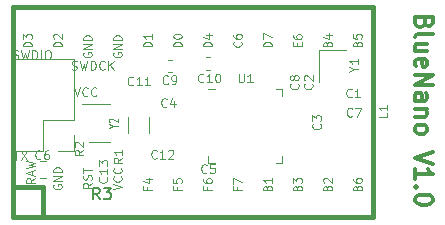
<source format=gbr>
G04 #@! TF.GenerationSoftware,KiCad,Pcbnew,(5.0.0)*
G04 #@! TF.CreationDate,2018-09-27T10:12:33-06:00*
G04 #@! TF.ProjectId,NRF52832 Base,4E5246353238333220426173652E6B69,rev?*
G04 #@! TF.SameCoordinates,Original*
G04 #@! TF.FileFunction,Legend,Top*
G04 #@! TF.FilePolarity,Positive*
%FSLAX46Y46*%
G04 Gerber Fmt 4.6, Leading zero omitted, Abs format (unit mm)*
G04 Created by KiCad (PCBNEW (5.0.0)) date 09/27/18 10:12:33*
%MOMM*%
%LPD*%
G01*
G04 APERTURE LIST*
%ADD10C,0.100000*%
%ADD11C,0.300000*%
%ADD12C,0.120000*%
%ADD13C,0.381000*%
%ADD14C,0.150000*%
G04 APERTURE END LIST*
D10*
X111848971Y-92807285D02*
X112277542Y-92807285D01*
X112063257Y-93557285D02*
X112063257Y-92807285D01*
X112456114Y-92807285D02*
X112956114Y-93557285D01*
X112956114Y-92807285D02*
X112456114Y-93557285D01*
X116906800Y-87422485D02*
X117156800Y-88172485D01*
X117406800Y-87422485D01*
X118085371Y-88101057D02*
X118049657Y-88136771D01*
X117942514Y-88172485D01*
X117871085Y-88172485D01*
X117763942Y-88136771D01*
X117692514Y-88065342D01*
X117656800Y-87993914D01*
X117621085Y-87851057D01*
X117621085Y-87743914D01*
X117656800Y-87601057D01*
X117692514Y-87529628D01*
X117763942Y-87458200D01*
X117871085Y-87422485D01*
X117942514Y-87422485D01*
X118049657Y-87458200D01*
X118085371Y-87493914D01*
X118835371Y-88101057D02*
X118799657Y-88136771D01*
X118692514Y-88172485D01*
X118621085Y-88172485D01*
X118513942Y-88136771D01*
X118442514Y-88065342D01*
X118406800Y-87993914D01*
X118371085Y-87851057D01*
X118371085Y-87743914D01*
X118406800Y-87601057D01*
X118442514Y-87529628D01*
X118513942Y-87458200D01*
X118621085Y-87422485D01*
X118692514Y-87422485D01*
X118799657Y-87458200D01*
X118835371Y-87493914D01*
X111796314Y-84987171D02*
X111903457Y-85022885D01*
X112082028Y-85022885D01*
X112153457Y-84987171D01*
X112189171Y-84951457D01*
X112224885Y-84880028D01*
X112224885Y-84808600D01*
X112189171Y-84737171D01*
X112153457Y-84701457D01*
X112082028Y-84665742D01*
X111939171Y-84630028D01*
X111867742Y-84594314D01*
X111832028Y-84558600D01*
X111796314Y-84487171D01*
X111796314Y-84415742D01*
X111832028Y-84344314D01*
X111867742Y-84308600D01*
X111939171Y-84272885D01*
X112117742Y-84272885D01*
X112224885Y-84308600D01*
X112474885Y-84272885D02*
X112653457Y-85022885D01*
X112796314Y-84487171D01*
X112939171Y-85022885D01*
X113117742Y-84272885D01*
X113403457Y-85022885D02*
X113403457Y-84272885D01*
X113582028Y-84272885D01*
X113689171Y-84308600D01*
X113760600Y-84380028D01*
X113796314Y-84451457D01*
X113832028Y-84594314D01*
X113832028Y-84701457D01*
X113796314Y-84844314D01*
X113760600Y-84915742D01*
X113689171Y-84987171D01*
X113582028Y-85022885D01*
X113403457Y-85022885D01*
X114153457Y-85022885D02*
X114153457Y-84272885D01*
X114653457Y-84272885D02*
X114796314Y-84272885D01*
X114867742Y-84308600D01*
X114939171Y-84380028D01*
X114974885Y-84522885D01*
X114974885Y-84772885D01*
X114939171Y-84915742D01*
X114867742Y-84987171D01*
X114796314Y-85022885D01*
X114653457Y-85022885D01*
X114582028Y-84987171D01*
X114510600Y-84915742D01*
X114474885Y-84772885D01*
X114474885Y-84522885D01*
X114510600Y-84380028D01*
X114582028Y-84308600D01*
X114653457Y-84272885D01*
X116748542Y-85901571D02*
X116855685Y-85937285D01*
X117034257Y-85937285D01*
X117105685Y-85901571D01*
X117141400Y-85865857D01*
X117177114Y-85794428D01*
X117177114Y-85723000D01*
X117141400Y-85651571D01*
X117105685Y-85615857D01*
X117034257Y-85580142D01*
X116891400Y-85544428D01*
X116819971Y-85508714D01*
X116784257Y-85473000D01*
X116748542Y-85401571D01*
X116748542Y-85330142D01*
X116784257Y-85258714D01*
X116819971Y-85223000D01*
X116891400Y-85187285D01*
X117069971Y-85187285D01*
X117177114Y-85223000D01*
X117427114Y-85187285D02*
X117605685Y-85937285D01*
X117748542Y-85401571D01*
X117891400Y-85937285D01*
X118069971Y-85187285D01*
X118355685Y-85937285D02*
X118355685Y-85187285D01*
X118534257Y-85187285D01*
X118641400Y-85223000D01*
X118712828Y-85294428D01*
X118748542Y-85365857D01*
X118784257Y-85508714D01*
X118784257Y-85615857D01*
X118748542Y-85758714D01*
X118712828Y-85830142D01*
X118641400Y-85901571D01*
X118534257Y-85937285D01*
X118355685Y-85937285D01*
X119534257Y-85865857D02*
X119498542Y-85901571D01*
X119391400Y-85937285D01*
X119319971Y-85937285D01*
X119212828Y-85901571D01*
X119141400Y-85830142D01*
X119105685Y-85758714D01*
X119069971Y-85615857D01*
X119069971Y-85508714D01*
X119105685Y-85365857D01*
X119141400Y-85294428D01*
X119212828Y-85223000D01*
X119319971Y-85187285D01*
X119391400Y-85187285D01*
X119498542Y-85223000D01*
X119534257Y-85258714D01*
X119855685Y-85937285D02*
X119855685Y-85187285D01*
X120284257Y-85937285D02*
X119962828Y-85508714D01*
X120284257Y-85187285D02*
X119855685Y-85615857D01*
D11*
X146614342Y-81928628D02*
X146542914Y-82142914D01*
X146471485Y-82214342D01*
X146328628Y-82285771D01*
X146114342Y-82285771D01*
X145971485Y-82214342D01*
X145900057Y-82142914D01*
X145828628Y-82000057D01*
X145828628Y-81428628D01*
X147328628Y-81428628D01*
X147328628Y-81928628D01*
X147257200Y-82071485D01*
X147185771Y-82142914D01*
X147042914Y-82214342D01*
X146900057Y-82214342D01*
X146757200Y-82142914D01*
X146685771Y-82071485D01*
X146614342Y-81928628D01*
X146614342Y-81428628D01*
X145828628Y-83142914D02*
X145900057Y-83000057D01*
X146042914Y-82928628D01*
X147328628Y-82928628D01*
X146828628Y-84357200D02*
X145828628Y-84357200D01*
X146828628Y-83714342D02*
X146042914Y-83714342D01*
X145900057Y-83785771D01*
X145828628Y-83928628D01*
X145828628Y-84142914D01*
X145900057Y-84285771D01*
X145971485Y-84357200D01*
X145900057Y-85642914D02*
X145828628Y-85500057D01*
X145828628Y-85214342D01*
X145900057Y-85071485D01*
X146042914Y-85000057D01*
X146614342Y-85000057D01*
X146757200Y-85071485D01*
X146828628Y-85214342D01*
X146828628Y-85500057D01*
X146757200Y-85642914D01*
X146614342Y-85714342D01*
X146471485Y-85714342D01*
X146328628Y-85000057D01*
X145828628Y-86357200D02*
X147328628Y-86357200D01*
X145828628Y-87214342D01*
X147328628Y-87214342D01*
X145828628Y-88571485D02*
X146614342Y-88571485D01*
X146757200Y-88500057D01*
X146828628Y-88357200D01*
X146828628Y-88071485D01*
X146757200Y-87928628D01*
X145900057Y-88571485D02*
X145828628Y-88428628D01*
X145828628Y-88071485D01*
X145900057Y-87928628D01*
X146042914Y-87857200D01*
X146185771Y-87857200D01*
X146328628Y-87928628D01*
X146400057Y-88071485D01*
X146400057Y-88428628D01*
X146471485Y-88571485D01*
X146828628Y-89285771D02*
X145828628Y-89285771D01*
X146685771Y-89285771D02*
X146757200Y-89357200D01*
X146828628Y-89500057D01*
X146828628Y-89714342D01*
X146757200Y-89857200D01*
X146614342Y-89928628D01*
X145828628Y-89928628D01*
X145828628Y-90857200D02*
X145900057Y-90714342D01*
X145971485Y-90642914D01*
X146114342Y-90571485D01*
X146542914Y-90571485D01*
X146685771Y-90642914D01*
X146757200Y-90714342D01*
X146828628Y-90857200D01*
X146828628Y-91071485D01*
X146757200Y-91214342D01*
X146685771Y-91285771D01*
X146542914Y-91357200D01*
X146114342Y-91357200D01*
X145971485Y-91285771D01*
X145900057Y-91214342D01*
X145828628Y-91071485D01*
X145828628Y-90857200D01*
X147328628Y-92928628D02*
X145828628Y-93428628D01*
X147328628Y-93928628D01*
X145828628Y-95214342D02*
X145828628Y-94357200D01*
X145828628Y-94785771D02*
X147328628Y-94785771D01*
X147114342Y-94642914D01*
X146971485Y-94500057D01*
X146900057Y-94357200D01*
X145971485Y-95857200D02*
X145900057Y-95928628D01*
X145828628Y-95857200D01*
X145900057Y-95785771D01*
X145971485Y-95857200D01*
X145828628Y-95857200D01*
X147328628Y-96857200D02*
X147328628Y-97000057D01*
X147257200Y-97142914D01*
X147185771Y-97214342D01*
X147042914Y-97285771D01*
X146757200Y-97357200D01*
X146400057Y-97357200D01*
X146114342Y-97285771D01*
X145971485Y-97214342D01*
X145900057Y-97142914D01*
X145828628Y-97000057D01*
X145828628Y-96857200D01*
X145900057Y-96714342D01*
X145971485Y-96642914D01*
X146114342Y-96571485D01*
X146400057Y-96500057D01*
X146757200Y-96500057D01*
X147042914Y-96571485D01*
X147185771Y-96642914D01*
X147257200Y-96714342D01*
X147328628Y-96857200D01*
D12*
G04 #@! TO.C,C9*
X125257779Y-85088000D02*
X124932221Y-85088000D01*
X125257779Y-86108000D02*
X124932221Y-86108000D01*
G04 #@! TO.C,C10*
X128107221Y-84884800D02*
X128432779Y-84884800D01*
X128107221Y-85904800D02*
X128432779Y-85904800D01*
G04 #@! TO.C,Y1*
X139994020Y-84240380D02*
X137694020Y-84240380D01*
X137694020Y-84240380D02*
X137694020Y-86940380D01*
G04 #@! TO.C,Y2*
X123287760Y-91276800D02*
X123287760Y-89926800D01*
X121537760Y-91276800D02*
X121537760Y-89926800D01*
G04 #@! TO.C,U1*
X134005000Y-87553000D02*
X134570000Y-87553000D01*
X134570000Y-87553000D02*
X134570000Y-88118000D01*
X128885000Y-93803000D02*
X128320000Y-93803000D01*
X128320000Y-93803000D02*
X128320000Y-93238000D01*
X134005000Y-93803000D02*
X134570000Y-93803000D01*
X134570000Y-93803000D02*
X134570000Y-93238000D01*
X128320000Y-87553000D02*
X128885000Y-87553000D01*
D13*
G04 #@! TO.C,U2*
X111760000Y-80645000D02*
X111760000Y-98425000D01*
X111760000Y-98425000D02*
X142240000Y-98425000D01*
X142240000Y-98425000D02*
X142240000Y-80645000D01*
X142240000Y-80645000D02*
X111760000Y-80645000D01*
X111760000Y-95885000D02*
X114300000Y-95885000D01*
X114300000Y-95885000D02*
X114300000Y-98425000D01*
D12*
G04 #@! TO.C,J1*
X116900000Y-85030000D02*
X111700000Y-85030000D01*
X116900000Y-90170000D02*
X116900000Y-85030000D01*
X111700000Y-92770000D02*
X111700000Y-85030000D01*
X116900000Y-90170000D02*
X114300000Y-90170000D01*
X114300000Y-90170000D02*
X114300000Y-92770000D01*
X114300000Y-92770000D02*
X111700000Y-92770000D01*
X116900000Y-91440000D02*
X116900000Y-92770000D01*
X116900000Y-92770000D02*
X115570000Y-92770000D01*
G04 #@! TO.C,C6*
X114041422Y-93676400D02*
X114558578Y-93676400D01*
X114041422Y-95096400D02*
X114558578Y-95096400D01*
G04 #@! TO.C,U3*
X118226000Y-92034000D02*
X120026000Y-92034000D01*
X120026000Y-88814000D02*
X117576000Y-88814000D01*
G04 #@! TO.C,C1*
D10*
X140438600Y-88202657D02*
X140402885Y-88238371D01*
X140295742Y-88274085D01*
X140224314Y-88274085D01*
X140117171Y-88238371D01*
X140045742Y-88166942D01*
X140010028Y-88095514D01*
X139974314Y-87952657D01*
X139974314Y-87845514D01*
X140010028Y-87702657D01*
X140045742Y-87631228D01*
X140117171Y-87559800D01*
X140224314Y-87524085D01*
X140295742Y-87524085D01*
X140402885Y-87559800D01*
X140438600Y-87595514D01*
X141152885Y-88274085D02*
X140724314Y-88274085D01*
X140938600Y-88274085D02*
X140938600Y-87524085D01*
X140867171Y-87631228D01*
X140795742Y-87702657D01*
X140724314Y-87738371D01*
G04 #@! TO.C,C2*
X137072257Y-87094600D02*
X137107971Y-87130314D01*
X137143685Y-87237457D01*
X137143685Y-87308885D01*
X137107971Y-87416028D01*
X137036542Y-87487457D01*
X136965114Y-87523171D01*
X136822257Y-87558885D01*
X136715114Y-87558885D01*
X136572257Y-87523171D01*
X136500828Y-87487457D01*
X136429400Y-87416028D01*
X136393685Y-87308885D01*
X136393685Y-87237457D01*
X136429400Y-87130314D01*
X136465114Y-87094600D01*
X136465114Y-86808885D02*
X136429400Y-86773171D01*
X136393685Y-86701742D01*
X136393685Y-86523171D01*
X136429400Y-86451742D01*
X136465114Y-86416028D01*
X136536542Y-86380314D01*
X136607971Y-86380314D01*
X136715114Y-86416028D01*
X137143685Y-86844600D01*
X137143685Y-86380314D01*
G04 #@! TO.C,C3*
X137783457Y-90498200D02*
X137819171Y-90533914D01*
X137854885Y-90641057D01*
X137854885Y-90712485D01*
X137819171Y-90819628D01*
X137747742Y-90891057D01*
X137676314Y-90926771D01*
X137533457Y-90962485D01*
X137426314Y-90962485D01*
X137283457Y-90926771D01*
X137212028Y-90891057D01*
X137140600Y-90819628D01*
X137104885Y-90712485D01*
X137104885Y-90641057D01*
X137140600Y-90533914D01*
X137176314Y-90498200D01*
X137104885Y-90248200D02*
X137104885Y-89783914D01*
X137390600Y-90033914D01*
X137390600Y-89926771D01*
X137426314Y-89855342D01*
X137462028Y-89819628D01*
X137533457Y-89783914D01*
X137712028Y-89783914D01*
X137783457Y-89819628D01*
X137819171Y-89855342D01*
X137854885Y-89926771D01*
X137854885Y-90141057D01*
X137819171Y-90212485D01*
X137783457Y-90248200D01*
G04 #@! TO.C,C4*
X124792200Y-89015457D02*
X124756485Y-89051171D01*
X124649342Y-89086885D01*
X124577914Y-89086885D01*
X124470771Y-89051171D01*
X124399342Y-88979742D01*
X124363628Y-88908314D01*
X124327914Y-88765457D01*
X124327914Y-88658314D01*
X124363628Y-88515457D01*
X124399342Y-88444028D01*
X124470771Y-88372600D01*
X124577914Y-88336885D01*
X124649342Y-88336885D01*
X124756485Y-88372600D01*
X124792200Y-88408314D01*
X125435057Y-88586885D02*
X125435057Y-89086885D01*
X125256485Y-88301171D02*
X125077914Y-88836885D01*
X125542200Y-88836885D01*
G04 #@! TO.C,C5*
X128168000Y-94603457D02*
X128132285Y-94639171D01*
X128025142Y-94674885D01*
X127953714Y-94674885D01*
X127846571Y-94639171D01*
X127775142Y-94567742D01*
X127739428Y-94496314D01*
X127703714Y-94353457D01*
X127703714Y-94246314D01*
X127739428Y-94103457D01*
X127775142Y-94032028D01*
X127846571Y-93960600D01*
X127953714Y-93924885D01*
X128025142Y-93924885D01*
X128132285Y-93960600D01*
X128168000Y-93996314D01*
X128846571Y-93924885D02*
X128489428Y-93924885D01*
X128453714Y-94282028D01*
X128489428Y-94246314D01*
X128560857Y-94210600D01*
X128739428Y-94210600D01*
X128810857Y-94246314D01*
X128846571Y-94282028D01*
X128882285Y-94353457D01*
X128882285Y-94532028D01*
X128846571Y-94603457D01*
X128810857Y-94639171D01*
X128739428Y-94674885D01*
X128560857Y-94674885D01*
X128489428Y-94639171D01*
X128453714Y-94603457D01*
G04 #@! TO.C,C7*
X140489400Y-89828257D02*
X140453685Y-89863971D01*
X140346542Y-89899685D01*
X140275114Y-89899685D01*
X140167971Y-89863971D01*
X140096542Y-89792542D01*
X140060828Y-89721114D01*
X140025114Y-89578257D01*
X140025114Y-89471114D01*
X140060828Y-89328257D01*
X140096542Y-89256828D01*
X140167971Y-89185400D01*
X140275114Y-89149685D01*
X140346542Y-89149685D01*
X140453685Y-89185400D01*
X140489400Y-89221114D01*
X140739400Y-89149685D02*
X141239400Y-89149685D01*
X140917971Y-89899685D01*
G04 #@! TO.C,C8*
X135903857Y-87094600D02*
X135939571Y-87130314D01*
X135975285Y-87237457D01*
X135975285Y-87308885D01*
X135939571Y-87416028D01*
X135868142Y-87487457D01*
X135796714Y-87523171D01*
X135653857Y-87558885D01*
X135546714Y-87558885D01*
X135403857Y-87523171D01*
X135332428Y-87487457D01*
X135261000Y-87416028D01*
X135225285Y-87308885D01*
X135225285Y-87237457D01*
X135261000Y-87130314D01*
X135296714Y-87094600D01*
X135546714Y-86666028D02*
X135511000Y-86737457D01*
X135475285Y-86773171D01*
X135403857Y-86808885D01*
X135368142Y-86808885D01*
X135296714Y-86773171D01*
X135261000Y-86737457D01*
X135225285Y-86666028D01*
X135225285Y-86523171D01*
X135261000Y-86451742D01*
X135296714Y-86416028D01*
X135368142Y-86380314D01*
X135403857Y-86380314D01*
X135475285Y-86416028D01*
X135511000Y-86451742D01*
X135546714Y-86523171D01*
X135546714Y-86666028D01*
X135582428Y-86737457D01*
X135618142Y-86773171D01*
X135689571Y-86808885D01*
X135832428Y-86808885D01*
X135903857Y-86773171D01*
X135939571Y-86737457D01*
X135975285Y-86666028D01*
X135975285Y-86523171D01*
X135939571Y-86451742D01*
X135903857Y-86416028D01*
X135832428Y-86380314D01*
X135689571Y-86380314D01*
X135618142Y-86416028D01*
X135582428Y-86451742D01*
X135546714Y-86523171D01*
G04 #@! TO.C,C9*
X124893800Y-87085057D02*
X124858085Y-87120771D01*
X124750942Y-87156485D01*
X124679514Y-87156485D01*
X124572371Y-87120771D01*
X124500942Y-87049342D01*
X124465228Y-86977914D01*
X124429514Y-86835057D01*
X124429514Y-86727914D01*
X124465228Y-86585057D01*
X124500942Y-86513628D01*
X124572371Y-86442200D01*
X124679514Y-86406485D01*
X124750942Y-86406485D01*
X124858085Y-86442200D01*
X124893800Y-86477914D01*
X125250942Y-87156485D02*
X125393800Y-87156485D01*
X125465228Y-87120771D01*
X125500942Y-87085057D01*
X125572371Y-86977914D01*
X125608085Y-86835057D01*
X125608085Y-86549342D01*
X125572371Y-86477914D01*
X125536657Y-86442200D01*
X125465228Y-86406485D01*
X125322371Y-86406485D01*
X125250942Y-86442200D01*
X125215228Y-86477914D01*
X125179514Y-86549342D01*
X125179514Y-86727914D01*
X125215228Y-86799342D01*
X125250942Y-86835057D01*
X125322371Y-86870771D01*
X125465228Y-86870771D01*
X125536657Y-86835057D01*
X125572371Y-86799342D01*
X125608085Y-86727914D01*
G04 #@! TO.C,C10*
X127889457Y-86932657D02*
X127853742Y-86968371D01*
X127746600Y-87004085D01*
X127675171Y-87004085D01*
X127568028Y-86968371D01*
X127496600Y-86896942D01*
X127460885Y-86825514D01*
X127425171Y-86682657D01*
X127425171Y-86575514D01*
X127460885Y-86432657D01*
X127496600Y-86361228D01*
X127568028Y-86289800D01*
X127675171Y-86254085D01*
X127746600Y-86254085D01*
X127853742Y-86289800D01*
X127889457Y-86325514D01*
X128603742Y-87004085D02*
X128175171Y-87004085D01*
X128389457Y-87004085D02*
X128389457Y-86254085D01*
X128318028Y-86361228D01*
X128246600Y-86432657D01*
X128175171Y-86468371D01*
X129068028Y-86254085D02*
X129139457Y-86254085D01*
X129210885Y-86289800D01*
X129246600Y-86325514D01*
X129282314Y-86396942D01*
X129318028Y-86539800D01*
X129318028Y-86718371D01*
X129282314Y-86861228D01*
X129246600Y-86932657D01*
X129210885Y-86968371D01*
X129139457Y-87004085D01*
X129068028Y-87004085D01*
X128996600Y-86968371D01*
X128960885Y-86932657D01*
X128925171Y-86861228D01*
X128889457Y-86718371D01*
X128889457Y-86539800D01*
X128925171Y-86396942D01*
X128960885Y-86325514D01*
X128996600Y-86289800D01*
X129068028Y-86254085D01*
G04 #@! TO.C,C11*
X121943317Y-87186657D02*
X121907602Y-87222371D01*
X121800460Y-87258085D01*
X121729031Y-87258085D01*
X121621888Y-87222371D01*
X121550460Y-87150942D01*
X121514745Y-87079514D01*
X121479031Y-86936657D01*
X121479031Y-86829514D01*
X121514745Y-86686657D01*
X121550460Y-86615228D01*
X121621888Y-86543800D01*
X121729031Y-86508085D01*
X121800460Y-86508085D01*
X121907602Y-86543800D01*
X121943317Y-86579514D01*
X122657602Y-87258085D02*
X122229031Y-87258085D01*
X122443317Y-87258085D02*
X122443317Y-86508085D01*
X122371888Y-86615228D01*
X122300460Y-86686657D01*
X122229031Y-86722371D01*
X123371888Y-87258085D02*
X122943317Y-87258085D01*
X123157602Y-87258085D02*
X123157602Y-86508085D01*
X123086174Y-86615228D01*
X123014745Y-86686657D01*
X122943317Y-86722371D01*
G04 #@! TO.C,C12*
X123927057Y-93376637D02*
X123891342Y-93412351D01*
X123784200Y-93448065D01*
X123712771Y-93448065D01*
X123605628Y-93412351D01*
X123534200Y-93340922D01*
X123498485Y-93269494D01*
X123462771Y-93126637D01*
X123462771Y-93019494D01*
X123498485Y-92876637D01*
X123534200Y-92805208D01*
X123605628Y-92733780D01*
X123712771Y-92698065D01*
X123784200Y-92698065D01*
X123891342Y-92733780D01*
X123927057Y-92769494D01*
X124641342Y-93448065D02*
X124212771Y-93448065D01*
X124427057Y-93448065D02*
X124427057Y-92698065D01*
X124355628Y-92805208D01*
X124284200Y-92876637D01*
X124212771Y-92912351D01*
X124927057Y-92769494D02*
X124962771Y-92733780D01*
X125034200Y-92698065D01*
X125212771Y-92698065D01*
X125284200Y-92733780D01*
X125319914Y-92769494D01*
X125355628Y-92840922D01*
X125355628Y-92912351D01*
X125319914Y-93019494D01*
X124891342Y-93448065D01*
X125355628Y-93448065D01*
G04 #@! TO.C,L1*
X143468285Y-89583800D02*
X143468285Y-89940942D01*
X142718285Y-89940942D01*
X143468285Y-88940942D02*
X143468285Y-89369514D01*
X143468285Y-89155228D02*
X142718285Y-89155228D01*
X142825428Y-89226657D01*
X142896857Y-89298085D01*
X142932571Y-89369514D01*
G04 #@! TO.C,Y1*
X140647342Y-85904342D02*
X141004485Y-85904342D01*
X140254485Y-86154342D02*
X140647342Y-85904342D01*
X140254485Y-85654342D01*
X141004485Y-85011485D02*
X141004485Y-85440057D01*
X141004485Y-85225771D02*
X140254485Y-85225771D01*
X140361628Y-85297200D01*
X140433057Y-85368628D01*
X140468771Y-85440057D01*
G04 #@! TO.C,Y2*
X120276542Y-90662095D02*
X120633685Y-90662095D01*
X119883685Y-90828761D02*
X120276542Y-90662095D01*
X119883685Y-90495428D01*
X119955114Y-90352571D02*
X119919400Y-90328761D01*
X119883685Y-90281142D01*
X119883685Y-90162095D01*
X119919400Y-90114476D01*
X119955114Y-90090666D01*
X120026542Y-90066857D01*
X120097971Y-90066857D01*
X120205114Y-90090666D01*
X120633685Y-90376380D01*
X120633685Y-90066857D01*
G04 #@! TO.C,U1*
X130873571Y-86254085D02*
X130873571Y-86861228D01*
X130909285Y-86932657D01*
X130945000Y-86968371D01*
X131016428Y-87004085D01*
X131159285Y-87004085D01*
X131230714Y-86968371D01*
X131266428Y-86932657D01*
X131302142Y-86861228D01*
X131302142Y-86254085D01*
X132052142Y-87004085D02*
X131623571Y-87004085D01*
X131837857Y-87004085D02*
X131837857Y-86254085D01*
X131766428Y-86361228D01*
X131695000Y-86432657D01*
X131623571Y-86468371D01*
G04 #@! TO.C,U2*
X140920000Y-83722333D02*
X140953333Y-83622333D01*
X140986666Y-83589000D01*
X141053333Y-83555666D01*
X141153333Y-83555666D01*
X141220000Y-83589000D01*
X141253333Y-83622333D01*
X141286666Y-83689000D01*
X141286666Y-83955666D01*
X140586666Y-83955666D01*
X140586666Y-83722333D01*
X140620000Y-83655666D01*
X140653333Y-83622333D01*
X140720000Y-83589000D01*
X140786666Y-83589000D01*
X140853333Y-83622333D01*
X140886666Y-83655666D01*
X140920000Y-83722333D01*
X140920000Y-83955666D01*
X140586666Y-82922333D02*
X140586666Y-83255666D01*
X140920000Y-83289000D01*
X140886666Y-83255666D01*
X140853333Y-83189000D01*
X140853333Y-83022333D01*
X140886666Y-82955666D01*
X140920000Y-82922333D01*
X140986666Y-82889000D01*
X141153333Y-82889000D01*
X141220000Y-82922333D01*
X141253333Y-82955666D01*
X141286666Y-83022333D01*
X141286666Y-83189000D01*
X141253333Y-83255666D01*
X141220000Y-83289000D01*
X138380000Y-83722333D02*
X138413333Y-83622333D01*
X138446666Y-83589000D01*
X138513333Y-83555666D01*
X138613333Y-83555666D01*
X138680000Y-83589000D01*
X138713333Y-83622333D01*
X138746666Y-83689000D01*
X138746666Y-83955666D01*
X138046666Y-83955666D01*
X138046666Y-83722333D01*
X138080000Y-83655666D01*
X138113333Y-83622333D01*
X138180000Y-83589000D01*
X138246666Y-83589000D01*
X138313333Y-83622333D01*
X138346666Y-83655666D01*
X138380000Y-83722333D01*
X138380000Y-83955666D01*
X138280000Y-82955666D02*
X138746666Y-82955666D01*
X138013333Y-83122333D02*
X138513333Y-83289000D01*
X138513333Y-82855666D01*
X135840000Y-83922333D02*
X135840000Y-83689000D01*
X136206666Y-83589000D02*
X136206666Y-83922333D01*
X135506666Y-83922333D01*
X135506666Y-83589000D01*
X135506666Y-82989000D02*
X135506666Y-83122333D01*
X135540000Y-83189000D01*
X135573333Y-83222333D01*
X135673333Y-83289000D01*
X135806666Y-83322333D01*
X136073333Y-83322333D01*
X136140000Y-83289000D01*
X136173333Y-83255666D01*
X136206666Y-83189000D01*
X136206666Y-83055666D01*
X136173333Y-82989000D01*
X136140000Y-82955666D01*
X136073333Y-82922333D01*
X135906666Y-82922333D01*
X135840000Y-82955666D01*
X135806666Y-82989000D01*
X135773333Y-83055666D01*
X135773333Y-83189000D01*
X135806666Y-83255666D01*
X135840000Y-83289000D01*
X135906666Y-83322333D01*
X133666666Y-83955666D02*
X132966666Y-83955666D01*
X132966666Y-83789000D01*
X133000000Y-83689000D01*
X133066666Y-83622333D01*
X133133333Y-83589000D01*
X133266666Y-83555666D01*
X133366666Y-83555666D01*
X133500000Y-83589000D01*
X133566666Y-83622333D01*
X133633333Y-83689000D01*
X133666666Y-83789000D01*
X133666666Y-83955666D01*
X132966666Y-83322333D02*
X132966666Y-82855666D01*
X133666666Y-83155666D01*
X131060000Y-83555666D02*
X131093333Y-83589000D01*
X131126666Y-83689000D01*
X131126666Y-83755666D01*
X131093333Y-83855666D01*
X131026666Y-83922333D01*
X130960000Y-83955666D01*
X130826666Y-83989000D01*
X130726666Y-83989000D01*
X130593333Y-83955666D01*
X130526666Y-83922333D01*
X130460000Y-83855666D01*
X130426666Y-83755666D01*
X130426666Y-83689000D01*
X130460000Y-83589000D01*
X130493333Y-83555666D01*
X130426666Y-82955666D02*
X130426666Y-83089000D01*
X130460000Y-83155666D01*
X130493333Y-83189000D01*
X130593333Y-83255666D01*
X130726666Y-83289000D01*
X130993333Y-83289000D01*
X131060000Y-83255666D01*
X131093333Y-83222333D01*
X131126666Y-83155666D01*
X131126666Y-83022333D01*
X131093333Y-82955666D01*
X131060000Y-82922333D01*
X130993333Y-82889000D01*
X130826666Y-82889000D01*
X130760000Y-82922333D01*
X130726666Y-82955666D01*
X130693333Y-83022333D01*
X130693333Y-83155666D01*
X130726666Y-83222333D01*
X130760000Y-83255666D01*
X130826666Y-83289000D01*
X128586666Y-83955666D02*
X127886666Y-83955666D01*
X127886666Y-83789000D01*
X127920000Y-83689000D01*
X127986666Y-83622333D01*
X128053333Y-83589000D01*
X128186666Y-83555666D01*
X128286666Y-83555666D01*
X128420000Y-83589000D01*
X128486666Y-83622333D01*
X128553333Y-83689000D01*
X128586666Y-83789000D01*
X128586666Y-83955666D01*
X128120000Y-82955666D02*
X128586666Y-82955666D01*
X127853333Y-83122333D02*
X128353333Y-83289000D01*
X128353333Y-82855666D01*
X126046666Y-83955666D02*
X125346666Y-83955666D01*
X125346666Y-83789000D01*
X125380000Y-83689000D01*
X125446666Y-83622333D01*
X125513333Y-83589000D01*
X125646666Y-83555666D01*
X125746666Y-83555666D01*
X125880000Y-83589000D01*
X125946666Y-83622333D01*
X126013333Y-83689000D01*
X126046666Y-83789000D01*
X126046666Y-83955666D01*
X125346666Y-83122333D02*
X125346666Y-83055666D01*
X125380000Y-82989000D01*
X125413333Y-82955666D01*
X125480000Y-82922333D01*
X125613333Y-82889000D01*
X125780000Y-82889000D01*
X125913333Y-82922333D01*
X125980000Y-82955666D01*
X126013333Y-82989000D01*
X126046666Y-83055666D01*
X126046666Y-83122333D01*
X126013333Y-83189000D01*
X125980000Y-83222333D01*
X125913333Y-83255666D01*
X125780000Y-83289000D01*
X125613333Y-83289000D01*
X125480000Y-83255666D01*
X125413333Y-83222333D01*
X125380000Y-83189000D01*
X125346666Y-83122333D01*
X123506666Y-83955666D02*
X122806666Y-83955666D01*
X122806666Y-83789000D01*
X122840000Y-83689000D01*
X122906666Y-83622333D01*
X122973333Y-83589000D01*
X123106666Y-83555666D01*
X123206666Y-83555666D01*
X123340000Y-83589000D01*
X123406666Y-83622333D01*
X123473333Y-83689000D01*
X123506666Y-83789000D01*
X123506666Y-83955666D01*
X123506666Y-82889000D02*
X123506666Y-83289000D01*
X123506666Y-83089000D02*
X122806666Y-83089000D01*
X122906666Y-83155666D01*
X122973333Y-83222333D01*
X123006666Y-83289000D01*
X120300000Y-84480333D02*
X120266666Y-84547000D01*
X120266666Y-84647000D01*
X120300000Y-84747000D01*
X120366666Y-84813666D01*
X120433333Y-84847000D01*
X120566666Y-84880333D01*
X120666666Y-84880333D01*
X120800000Y-84847000D01*
X120866666Y-84813666D01*
X120933333Y-84747000D01*
X120966666Y-84647000D01*
X120966666Y-84580333D01*
X120933333Y-84480333D01*
X120900000Y-84447000D01*
X120666666Y-84447000D01*
X120666666Y-84580333D01*
X120966666Y-84147000D02*
X120266666Y-84147000D01*
X120966666Y-83747000D01*
X120266666Y-83747000D01*
X120966666Y-83413666D02*
X120266666Y-83413666D01*
X120266666Y-83247000D01*
X120300000Y-83147000D01*
X120366666Y-83080333D01*
X120433333Y-83047000D01*
X120566666Y-83013666D01*
X120666666Y-83013666D01*
X120800000Y-83047000D01*
X120866666Y-83080333D01*
X120933333Y-83147000D01*
X120966666Y-83247000D01*
X120966666Y-83413666D01*
X117760000Y-84480333D02*
X117726666Y-84547000D01*
X117726666Y-84647000D01*
X117760000Y-84747000D01*
X117826666Y-84813666D01*
X117893333Y-84847000D01*
X118026666Y-84880333D01*
X118126666Y-84880333D01*
X118260000Y-84847000D01*
X118326666Y-84813666D01*
X118393333Y-84747000D01*
X118426666Y-84647000D01*
X118426666Y-84580333D01*
X118393333Y-84480333D01*
X118360000Y-84447000D01*
X118126666Y-84447000D01*
X118126666Y-84580333D01*
X118426666Y-84147000D02*
X117726666Y-84147000D01*
X118426666Y-83747000D01*
X117726666Y-83747000D01*
X118426666Y-83413666D02*
X117726666Y-83413666D01*
X117726666Y-83247000D01*
X117760000Y-83147000D01*
X117826666Y-83080333D01*
X117893333Y-83047000D01*
X118026666Y-83013666D01*
X118126666Y-83013666D01*
X118260000Y-83047000D01*
X118326666Y-83080333D01*
X118393333Y-83147000D01*
X118426666Y-83247000D01*
X118426666Y-83413666D01*
X115886666Y-83955666D02*
X115186666Y-83955666D01*
X115186666Y-83789000D01*
X115220000Y-83689000D01*
X115286666Y-83622333D01*
X115353333Y-83589000D01*
X115486666Y-83555666D01*
X115586666Y-83555666D01*
X115720000Y-83589000D01*
X115786666Y-83622333D01*
X115853333Y-83689000D01*
X115886666Y-83789000D01*
X115886666Y-83955666D01*
X115253333Y-83289000D02*
X115220000Y-83255666D01*
X115186666Y-83189000D01*
X115186666Y-83022333D01*
X115220000Y-82955666D01*
X115253333Y-82922333D01*
X115320000Y-82889000D01*
X115386666Y-82889000D01*
X115486666Y-82922333D01*
X115886666Y-83322333D01*
X115886666Y-82889000D01*
X113346666Y-83955666D02*
X112646666Y-83955666D01*
X112646666Y-83789000D01*
X112680000Y-83689000D01*
X112746666Y-83622333D01*
X112813333Y-83589000D01*
X112946666Y-83555666D01*
X113046666Y-83555666D01*
X113180000Y-83589000D01*
X113246666Y-83622333D01*
X113313333Y-83689000D01*
X113346666Y-83789000D01*
X113346666Y-83955666D01*
X112646666Y-83322333D02*
X112646666Y-82889000D01*
X112913333Y-83122333D01*
X112913333Y-83022333D01*
X112946666Y-82955666D01*
X112980000Y-82922333D01*
X113046666Y-82889000D01*
X113213333Y-82889000D01*
X113280000Y-82922333D01*
X113313333Y-82955666D01*
X113346666Y-83022333D01*
X113346666Y-83222333D01*
X113313333Y-83289000D01*
X113280000Y-83322333D01*
X140920000Y-95914333D02*
X140953333Y-95814333D01*
X140986666Y-95781000D01*
X141053333Y-95747666D01*
X141153333Y-95747666D01*
X141220000Y-95781000D01*
X141253333Y-95814333D01*
X141286666Y-95881000D01*
X141286666Y-96147666D01*
X140586666Y-96147666D01*
X140586666Y-95914333D01*
X140620000Y-95847666D01*
X140653333Y-95814333D01*
X140720000Y-95781000D01*
X140786666Y-95781000D01*
X140853333Y-95814333D01*
X140886666Y-95847666D01*
X140920000Y-95914333D01*
X140920000Y-96147666D01*
X140586666Y-95147666D02*
X140586666Y-95281000D01*
X140620000Y-95347666D01*
X140653333Y-95381000D01*
X140753333Y-95447666D01*
X140886666Y-95481000D01*
X141153333Y-95481000D01*
X141220000Y-95447666D01*
X141253333Y-95414333D01*
X141286666Y-95347666D01*
X141286666Y-95214333D01*
X141253333Y-95147666D01*
X141220000Y-95114333D01*
X141153333Y-95081000D01*
X140986666Y-95081000D01*
X140920000Y-95114333D01*
X140886666Y-95147666D01*
X140853333Y-95214333D01*
X140853333Y-95347666D01*
X140886666Y-95414333D01*
X140920000Y-95447666D01*
X140986666Y-95481000D01*
X138380000Y-95914333D02*
X138413333Y-95814333D01*
X138446666Y-95781000D01*
X138513333Y-95747666D01*
X138613333Y-95747666D01*
X138680000Y-95781000D01*
X138713333Y-95814333D01*
X138746666Y-95881000D01*
X138746666Y-96147666D01*
X138046666Y-96147666D01*
X138046666Y-95914333D01*
X138080000Y-95847666D01*
X138113333Y-95814333D01*
X138180000Y-95781000D01*
X138246666Y-95781000D01*
X138313333Y-95814333D01*
X138346666Y-95847666D01*
X138380000Y-95914333D01*
X138380000Y-96147666D01*
X138113333Y-95481000D02*
X138080000Y-95447666D01*
X138046666Y-95381000D01*
X138046666Y-95214333D01*
X138080000Y-95147666D01*
X138113333Y-95114333D01*
X138180000Y-95081000D01*
X138246666Y-95081000D01*
X138346666Y-95114333D01*
X138746666Y-95514333D01*
X138746666Y-95081000D01*
X135840000Y-95914333D02*
X135873333Y-95814333D01*
X135906666Y-95781000D01*
X135973333Y-95747666D01*
X136073333Y-95747666D01*
X136140000Y-95781000D01*
X136173333Y-95814333D01*
X136206666Y-95881000D01*
X136206666Y-96147666D01*
X135506666Y-96147666D01*
X135506666Y-95914333D01*
X135540000Y-95847666D01*
X135573333Y-95814333D01*
X135640000Y-95781000D01*
X135706666Y-95781000D01*
X135773333Y-95814333D01*
X135806666Y-95847666D01*
X135840000Y-95914333D01*
X135840000Y-96147666D01*
X135506666Y-95514333D02*
X135506666Y-95081000D01*
X135773333Y-95314333D01*
X135773333Y-95214333D01*
X135806666Y-95147666D01*
X135840000Y-95114333D01*
X135906666Y-95081000D01*
X136073333Y-95081000D01*
X136140000Y-95114333D01*
X136173333Y-95147666D01*
X136206666Y-95214333D01*
X136206666Y-95414333D01*
X136173333Y-95481000D01*
X136140000Y-95514333D01*
X133300000Y-95914333D02*
X133333333Y-95814333D01*
X133366666Y-95781000D01*
X133433333Y-95747666D01*
X133533333Y-95747666D01*
X133600000Y-95781000D01*
X133633333Y-95814333D01*
X133666666Y-95881000D01*
X133666666Y-96147666D01*
X132966666Y-96147666D01*
X132966666Y-95914333D01*
X133000000Y-95847666D01*
X133033333Y-95814333D01*
X133100000Y-95781000D01*
X133166666Y-95781000D01*
X133233333Y-95814333D01*
X133266666Y-95847666D01*
X133300000Y-95914333D01*
X133300000Y-96147666D01*
X133666666Y-95081000D02*
X133666666Y-95481000D01*
X133666666Y-95281000D02*
X132966666Y-95281000D01*
X133066666Y-95347666D01*
X133133333Y-95414333D01*
X133166666Y-95481000D01*
X128220000Y-95864333D02*
X128220000Y-96097666D01*
X128586666Y-96097666D02*
X127886666Y-96097666D01*
X127886666Y-95764333D01*
X127886666Y-95197666D02*
X127886666Y-95331000D01*
X127920000Y-95397666D01*
X127953333Y-95431000D01*
X128053333Y-95497666D01*
X128186666Y-95531000D01*
X128453333Y-95531000D01*
X128520000Y-95497666D01*
X128553333Y-95464333D01*
X128586666Y-95397666D01*
X128586666Y-95264333D01*
X128553333Y-95197666D01*
X128520000Y-95164333D01*
X128453333Y-95131000D01*
X128286666Y-95131000D01*
X128220000Y-95164333D01*
X128186666Y-95197666D01*
X128153333Y-95264333D01*
X128153333Y-95397666D01*
X128186666Y-95464333D01*
X128220000Y-95497666D01*
X128286666Y-95531000D01*
X130760000Y-95864333D02*
X130760000Y-96097666D01*
X131126666Y-96097666D02*
X130426666Y-96097666D01*
X130426666Y-95764333D01*
X130426666Y-95564333D02*
X130426666Y-95097666D01*
X131126666Y-95397666D01*
X125680000Y-95864333D02*
X125680000Y-96097666D01*
X126046666Y-96097666D02*
X125346666Y-96097666D01*
X125346666Y-95764333D01*
X125346666Y-95164333D02*
X125346666Y-95497666D01*
X125680000Y-95531000D01*
X125646666Y-95497666D01*
X125613333Y-95431000D01*
X125613333Y-95264333D01*
X125646666Y-95197666D01*
X125680000Y-95164333D01*
X125746666Y-95131000D01*
X125913333Y-95131000D01*
X125980000Y-95164333D01*
X126013333Y-95197666D01*
X126046666Y-95264333D01*
X126046666Y-95431000D01*
X126013333Y-95497666D01*
X125980000Y-95531000D01*
X123140000Y-95864333D02*
X123140000Y-96097666D01*
X123506666Y-96097666D02*
X122806666Y-96097666D01*
X122806666Y-95764333D01*
X123040000Y-95197666D02*
X123506666Y-95197666D01*
X122773333Y-95364333D02*
X123273333Y-95531000D01*
X123273333Y-95097666D01*
X120266666Y-96056333D02*
X120966666Y-95823000D01*
X120266666Y-95589666D01*
X120900000Y-94956333D02*
X120933333Y-94989666D01*
X120966666Y-95089666D01*
X120966666Y-95156333D01*
X120933333Y-95256333D01*
X120866666Y-95323000D01*
X120800000Y-95356333D01*
X120666666Y-95389666D01*
X120566666Y-95389666D01*
X120433333Y-95356333D01*
X120366666Y-95323000D01*
X120300000Y-95256333D01*
X120266666Y-95156333D01*
X120266666Y-95089666D01*
X120300000Y-94989666D01*
X120333333Y-94956333D01*
X120900000Y-94256333D02*
X120933333Y-94289666D01*
X120966666Y-94389666D01*
X120966666Y-94456333D01*
X120933333Y-94556333D01*
X120866666Y-94623000D01*
X120800000Y-94656333D01*
X120666666Y-94689666D01*
X120566666Y-94689666D01*
X120433333Y-94656333D01*
X120366666Y-94623000D01*
X120300000Y-94556333D01*
X120266666Y-94456333D01*
X120266666Y-94389666D01*
X120300000Y-94289666D01*
X120333333Y-94256333D01*
X118426666Y-95506333D02*
X118093333Y-95739666D01*
X118426666Y-95906333D02*
X117726666Y-95906333D01*
X117726666Y-95639666D01*
X117760000Y-95573000D01*
X117793333Y-95539666D01*
X117860000Y-95506333D01*
X117960000Y-95506333D01*
X118026666Y-95539666D01*
X118060000Y-95573000D01*
X118093333Y-95639666D01*
X118093333Y-95906333D01*
X118393333Y-95239666D02*
X118426666Y-95139666D01*
X118426666Y-94973000D01*
X118393333Y-94906333D01*
X118360000Y-94873000D01*
X118293333Y-94839666D01*
X118226666Y-94839666D01*
X118160000Y-94873000D01*
X118126666Y-94906333D01*
X118093333Y-94973000D01*
X118060000Y-95106333D01*
X118026666Y-95173000D01*
X117993333Y-95206333D01*
X117926666Y-95239666D01*
X117860000Y-95239666D01*
X117793333Y-95206333D01*
X117760000Y-95173000D01*
X117726666Y-95106333D01*
X117726666Y-94939666D01*
X117760000Y-94839666D01*
X117726666Y-94639666D02*
X117726666Y-94239666D01*
X118426666Y-94439666D02*
X117726666Y-94439666D01*
X115220000Y-95656333D02*
X115186666Y-95723000D01*
X115186666Y-95823000D01*
X115220000Y-95923000D01*
X115286666Y-95989666D01*
X115353333Y-96023000D01*
X115486666Y-96056333D01*
X115586666Y-96056333D01*
X115720000Y-96023000D01*
X115786666Y-95989666D01*
X115853333Y-95923000D01*
X115886666Y-95823000D01*
X115886666Y-95756333D01*
X115853333Y-95656333D01*
X115820000Y-95623000D01*
X115586666Y-95623000D01*
X115586666Y-95756333D01*
X115886666Y-95323000D02*
X115186666Y-95323000D01*
X115886666Y-94923000D01*
X115186666Y-94923000D01*
X115886666Y-94589666D02*
X115186666Y-94589666D01*
X115186666Y-94423000D01*
X115220000Y-94323000D01*
X115286666Y-94256333D01*
X115353333Y-94223000D01*
X115486666Y-94189666D01*
X115586666Y-94189666D01*
X115720000Y-94223000D01*
X115786666Y-94256333D01*
X115853333Y-94323000D01*
X115886666Y-94423000D01*
X115886666Y-94589666D01*
X113600666Y-95098333D02*
X113267333Y-95331666D01*
X113600666Y-95498333D02*
X112900666Y-95498333D01*
X112900666Y-95231666D01*
X112934000Y-95165000D01*
X112967333Y-95131666D01*
X113034000Y-95098333D01*
X113134000Y-95098333D01*
X113200666Y-95131666D01*
X113234000Y-95165000D01*
X113267333Y-95231666D01*
X113267333Y-95498333D01*
X113400666Y-94831666D02*
X113400666Y-94498333D01*
X113600666Y-94898333D02*
X112900666Y-94665000D01*
X113600666Y-94431666D01*
X112900666Y-94265000D02*
X113600666Y-94098333D01*
X113100666Y-93965000D01*
X113600666Y-93831666D01*
X112900666Y-93665000D01*
G04 #@! TO.C,C6*
X114124200Y-93435057D02*
X114088485Y-93470771D01*
X113981342Y-93506485D01*
X113909914Y-93506485D01*
X113802771Y-93470771D01*
X113731342Y-93399342D01*
X113695628Y-93327914D01*
X113659914Y-93185057D01*
X113659914Y-93077914D01*
X113695628Y-92935057D01*
X113731342Y-92863628D01*
X113802771Y-92792200D01*
X113909914Y-92756485D01*
X113981342Y-92756485D01*
X114088485Y-92792200D01*
X114124200Y-92827914D01*
X114767057Y-92756485D02*
X114624200Y-92756485D01*
X114552771Y-92792200D01*
X114517057Y-92827914D01*
X114445628Y-92935057D01*
X114409914Y-93077914D01*
X114409914Y-93363628D01*
X114445628Y-93435057D01*
X114481342Y-93470771D01*
X114552771Y-93506485D01*
X114695628Y-93506485D01*
X114767057Y-93470771D01*
X114802771Y-93435057D01*
X114838485Y-93363628D01*
X114838485Y-93185057D01*
X114802771Y-93113628D01*
X114767057Y-93077914D01*
X114695628Y-93042200D01*
X114552771Y-93042200D01*
X114481342Y-93077914D01*
X114445628Y-93113628D01*
X114409914Y-93185057D01*
G04 #@! TO.C,C13*
X119698657Y-95020942D02*
X119734371Y-95056657D01*
X119770085Y-95163800D01*
X119770085Y-95235228D01*
X119734371Y-95342371D01*
X119662942Y-95413800D01*
X119591514Y-95449514D01*
X119448657Y-95485228D01*
X119341514Y-95485228D01*
X119198657Y-95449514D01*
X119127228Y-95413800D01*
X119055800Y-95342371D01*
X119020085Y-95235228D01*
X119020085Y-95163800D01*
X119055800Y-95056657D01*
X119091514Y-95020942D01*
X119770085Y-94306657D02*
X119770085Y-94735228D01*
X119770085Y-94520942D02*
X119020085Y-94520942D01*
X119127228Y-94592371D01*
X119198657Y-94663800D01*
X119234371Y-94735228D01*
X119020085Y-94056657D02*
X119020085Y-93592371D01*
X119305800Y-93842371D01*
X119305800Y-93735228D01*
X119341514Y-93663800D01*
X119377228Y-93628085D01*
X119448657Y-93592371D01*
X119627228Y-93592371D01*
X119698657Y-93628085D01*
X119734371Y-93663800D01*
X119770085Y-93735228D01*
X119770085Y-93949514D01*
X119734371Y-94020942D01*
X119698657Y-94056657D01*
G04 #@! TO.C,R1*
X121040085Y-93393800D02*
X120682942Y-93643800D01*
X121040085Y-93822371D02*
X120290085Y-93822371D01*
X120290085Y-93536657D01*
X120325800Y-93465228D01*
X120361514Y-93429514D01*
X120432942Y-93393800D01*
X120540085Y-93393800D01*
X120611514Y-93429514D01*
X120647228Y-93465228D01*
X120682942Y-93536657D01*
X120682942Y-93822371D01*
X121040085Y-92679514D02*
X121040085Y-93108085D01*
X121040085Y-92893800D02*
X120290085Y-92893800D01*
X120397228Y-92965228D01*
X120468657Y-93036657D01*
X120504371Y-93108085D01*
G04 #@! TO.C,R2*
X117738085Y-92733400D02*
X117380942Y-92983400D01*
X117738085Y-93161971D02*
X116988085Y-93161971D01*
X116988085Y-92876257D01*
X117023800Y-92804828D01*
X117059514Y-92769114D01*
X117130942Y-92733400D01*
X117238085Y-92733400D01*
X117309514Y-92769114D01*
X117345228Y-92804828D01*
X117380942Y-92876257D01*
X117380942Y-93161971D01*
X117059514Y-92447685D02*
X117023800Y-92411971D01*
X116988085Y-92340542D01*
X116988085Y-92161971D01*
X117023800Y-92090542D01*
X117059514Y-92054828D01*
X117130942Y-92019114D01*
X117202371Y-92019114D01*
X117309514Y-92054828D01*
X117738085Y-92483400D01*
X117738085Y-92019114D01*
G04 #@! TO.C,R3*
D14*
X119111733Y-96897780D02*
X118778400Y-96421590D01*
X118540304Y-96897780D02*
X118540304Y-95897780D01*
X118921257Y-95897780D01*
X119016495Y-95945400D01*
X119064114Y-95993019D01*
X119111733Y-96088257D01*
X119111733Y-96231114D01*
X119064114Y-96326352D01*
X119016495Y-96373971D01*
X118921257Y-96421590D01*
X118540304Y-96421590D01*
X119445066Y-95897780D02*
X120064114Y-95897780D01*
X119730780Y-96278733D01*
X119873638Y-96278733D01*
X119968876Y-96326352D01*
X120016495Y-96373971D01*
X120064114Y-96469209D01*
X120064114Y-96707304D01*
X120016495Y-96802542D01*
X119968876Y-96850161D01*
X119873638Y-96897780D01*
X119587923Y-96897780D01*
X119492685Y-96850161D01*
X119445066Y-96802542D01*
G04 #@! TD*
M02*

</source>
